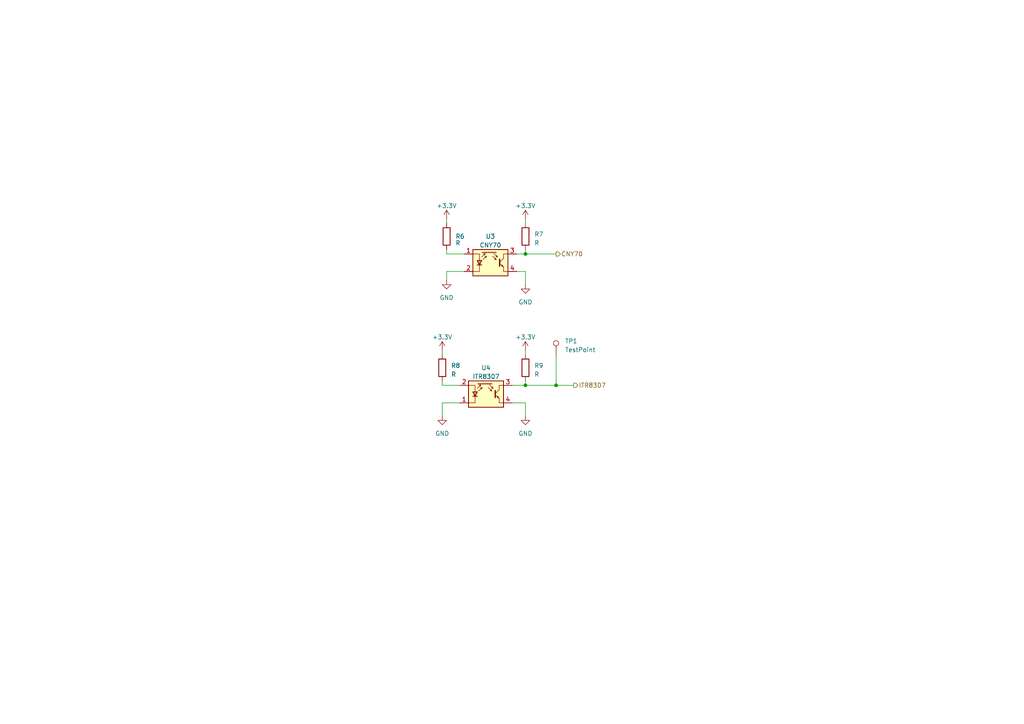
<source format=kicad_sch>
(kicad_sch (version 20250114) (generator "eeschema") (generator_version "9.0")
  (paper "A4")
  (lib_symbols
    (symbol "Connector:TestPoint" (pin_numbers (hide yes)) (pin_names (offset 0.762) (hide yes))
      (property "Reference" "TP" (at 0 6.858 0))
      (property "Value" "TestPoint" (at 0 5.08 0))
      (symbol "TestPoint_0_1"
        (circle (center 0 3.302) (radius 0.762))
      )
      (symbol "TestPoint_1_1"
        (pin passive line (at 0 0 90) (length 2.54) (name "1") (number "1"))
      )
    )
    (symbol "Device:R" (pin_numbers (hide yes)) (pin_names (offset 0))
      (property "Reference" "R" (at 2.032 0 90))
      (property "Value" "R" (at 0 0 90))
      (symbol "R_0_1"
        (rectangle (start -1.016 -2.54) (end 1.016 2.54) (stroke (width 0.254)))
      )
      (symbol "R_1_1"
        (pin passive line (at 0 3.81 270) (length 1.27) (name "~") (number "1"))
        (pin passive line (at 0 -3.81 90) (length 1.27) (name "~") (number "2"))
      )
    )
    (symbol "Sensor_Proximity:CNY70" (pin_names (offset 1.016) (hide yes))
      (property "Reference" "U" (at -5.08 5.08 0))
      (property "Value" "CNY70" (at 5.08 5.08 0))
      (symbol "CNY70_0_1"
        (polyline (pts (xy -5.08 -2.54) (xy -3.175 -2.54) (xy -3.175 2.54) (xy -5.08 2.54)))
        (polyline (pts (xy -5.08 -3.81) (xy 5.08 -3.81) (xy 5.08 3.81) (xy -5.08 3.81) (xy -5.08 -3.81)) (stroke (width 0.254)) (fill (type background)))
        (polyline (pts (xy -3.81 -0.635) (xy -2.54 -0.635)) (stroke (width 0.254)))
        (polyline (pts (xy -3.175 -0.635) (xy -3.81 0.635) (xy -2.54 0.635) (xy -3.175 -0.635)) (stroke (width 0.254)))
        (polyline (pts (xy -2.54 1.651) (xy -1.524 2.667) (xy -2.032 2.54)))
        (polyline (pts (xy -2.286 2.921) (xy -2.032 3.175)))
        (polyline (pts (xy -2.159 0.889) (xy -1.143 1.905) (xy -1.651 1.778)))
        (polyline (pts (xy -1.778 2.921) (xy -1.524 3.175)))
        (polyline (pts (xy -1.524 2.667) (xy -1.651 2.159)))
        (polyline (pts (xy -1.27 2.921) (xy -1.016 3.175)))
        (polyline (pts (xy -1.143 1.905) (xy -1.27 1.397)))
        (polyline (pts (xy -0.762 2.921) (xy -0.508 3.175)))
        (polyline (pts (xy -0.254 2.921) (xy 0 3.175)))
        (polyline (pts (xy 0.254 2.921) (xy 0.508 3.175)))
        (polyline (pts (xy 0.635 1.905) (xy 1.651 0.889) (xy 1.524 1.397)))
        (polyline (pts (xy 0.762 2.921) (xy 1.016 3.175)))
        (polyline (pts (xy 1.016 2.667) (xy 2.032 1.651) (xy 1.905 2.159)))
        (polyline (pts (xy 1.27 2.921) (xy 1.524 3.175)))
        (polyline (pts (xy 1.651 0.889) (xy 1.143 1.016)))
        (polyline (pts (xy 1.778 2.921) (xy -2.413 2.921)))
        (polyline (pts (xy 2.032 1.651) (xy 1.524 1.778)))
        (polyline (pts (xy 2.667 1.016) (xy 2.667 -1.016) (xy 2.667 -1.016)) (stroke (width 0.3556)))
        (polyline (pts (xy 2.667 0.127) (xy 3.81 1.27)))
        (polyline (pts (xy 2.667 -0.127) (xy 3.81 -1.27)))
        (polyline (pts (xy 3.683 -1.143) (xy 3.429 -0.635) (xy 3.175 -0.889) (xy 3.683 -1.143)))
        (polyline (pts (xy 3.81 1.27) (xy 3.81 2.54) (xy 5.08 2.54)))
        (polyline (pts (xy 3.81 -1.27) (xy 3.81 -2.54) (xy 5.08 -2.54)))
      )
      (symbol "CNY70_1_1"
        (pin passive line (at -7.62 2.54 0) (length 2.54) (name "A") (number "1"))
        (pin passive line (at -7.62 -2.54 0) (length 2.54) (name "K") (number "2"))
        (pin open_collector line (at 7.62 2.54 180) (length 2.54) (name "C") (number "3"))
        (pin open_emitter line (at 7.62 -2.54 180) (length 2.54) (name "E") (number "4"))
      )
    )
    (symbol "Sensor_Proximity:ITR8307" (pin_names (offset 0.0254) (hide yes))
      (property "Reference" "U" (at -5.08 5.08 0))
      (property "Value" "ITR8307" (at 7.62 5.08 0))
      (symbol "ITR8307_0_1"
        (polyline (pts (xy -5.08 -2.54) (xy -3.175 -2.54) (xy -3.175 2.54) (xy -5.08 2.54)))
        (polyline (pts (xy -5.08 -3.81) (xy 5.08 -3.81) (xy 5.08 3.81) (xy -5.08 3.81) (xy -5.08 -3.81)) (stroke (width 0.254)) (fill (type background)))
        (polyline (pts (xy -3.81 -0.635) (xy -2.54 -0.635)) (stroke (width 0.254)))
        (polyline (pts (xy -3.175 -0.635) (xy -3.81 0.635) (xy -2.54 0.635) (xy -3.175 -0.635)) (stroke (width 0.254)))
        (polyline (pts (xy -2.54 1.651) (xy -1.524 2.667) (xy -2.032 2.54)))
        (polyline (pts (xy -2.286 2.921) (xy -2.032 3.175)))
        (polyline (pts (xy -2.159 0.889) (xy -1.143 1.905) (xy -1.651 1.778)))
        (polyline (pts (xy -1.778 2.921) (xy -1.524 3.175)))
        (polyline (pts (xy -1.524 2.667) (xy -1.651 2.159)))
        (polyline (pts (xy -1.27 2.921) (xy -1.016 3.175)))
        (polyline (pts (xy -1.143 1.905) (xy -1.27 1.397)))
        (polyline (pts (xy -0.762 2.921) (xy -0.508 3.175)))
        (polyline (pts (xy -0.254 2.921) (xy 0 3.175)))
        (polyline (pts (xy 0.254 2.921) (xy 0.508 3.175)))
        (polyline (pts (xy 0.635 1.905) (xy 1.651 0.889) (xy 1.524 1.397)))
        (polyline (pts (xy 0.762 2.921) (xy 1.016 3.175)))
        (polyline (pts (xy 1.016 2.667) (xy 2.032 1.651) (xy 1.905 2.159)))
        (polyline (pts (xy 1.27 2.921) (xy 1.524 3.175)))
        (polyline (pts (xy 1.651 0.889) (xy 1.143 1.016)))
        (polyline (pts (xy 1.778 2.921) (xy -2.413 2.921)))
        (polyline (pts (xy 2.032 1.651) (xy 1.524 1.778)))
        (polyline (pts (xy 2.667 1.016) (xy 2.667 -1.016) (xy 2.667 -1.016)) (stroke (width 0.3556)))
        (polyline (pts (xy 2.667 0.127) (xy 3.81 1.27)))
        (polyline (pts (xy 2.667 -0.127) (xy 3.81 -1.27)))
        (polyline (pts (xy 3.683 -1.143) (xy 3.429 -0.635) (xy 3.175 -0.889) (xy 3.683 -1.143)))
        (polyline (pts (xy 3.81 1.27) (xy 3.81 2.54) (xy 5.08 2.54)))
        (polyline (pts (xy 3.81 -1.27) (xy 3.81 -2.54) (xy 5.08 -2.54)))
      )
      (symbol "ITR8307_1_1"
        (pin passive line (at -7.62 2.54 0) (length 2.54) (name "A") (number "2"))
        (pin passive line (at -7.62 -2.54 0) (length 2.54) (name "K") (number "1"))
        (pin open_collector line (at 7.62 2.54 180) (length 2.54) (name "C") (number "3"))
        (pin open_emitter line (at 7.62 -2.54 180) (length 2.54) (name "E") (number "4"))
      )
    )
    (symbol "power:+3.3V" (power) (pin_names (offset 0))
      (property "Value" "+3.3V" (at 0 3.556 0))
      (symbol "+3.3V_0_1"
        (polyline (pts (xy -0.762 1.27) (xy 0 2.54)))
        (polyline (pts (xy 0 2.54) (xy 0.762 1.27)))
        (polyline (pts (xy 0 0) (xy 0 2.54)))
      )
      (symbol "+3.3V_1_1"
        (pin power_in line (at 0 0 90) (length 0) (hide yes) (name "+3.3V") (number "1"))
      )
    )
    (symbol "power:GND" (power) (pin_names (offset 0))
      (property "Value" "GND" (at 0 -3.81 0))
      (symbol "GND_0_1"
        (polyline (pts (xy 0 0) (xy 0 -1.27) (xy 1.27 -1.27) (xy 0 -2.54) (xy -1.27 -1.27) (xy 0 -1.27)))
      )
      (symbol "GND_1_1"
        (pin power_in line (at 0 0 270) (length 0) (hide yes) (name "GND") (number "1"))
      )
    )
  )
  (junction (at 161.29 111.76))
  (junction (at 152.4 73.66))
  (junction (at 152.4 111.76))
  (wire (pts (xy 148.59 116.84) (xy 152.4 116.84)))
  (wire (pts (xy 129.54 63.5) (xy 129.54 64.77)))
  (wire (pts (xy 129.54 78.74) (xy 134.62 78.74)))
  (wire (pts (xy 129.54 73.66) (xy 129.54 72.39)))
  (wire (pts (xy 161.29 111.76) (xy 166.37 111.76)))
  (wire (pts (xy 152.4 82.55) (xy 152.4 78.74)))
  (wire (pts (xy 128.27 116.84) (xy 128.27 120.65)))
  (wire (pts (xy 128.27 110.49) (xy 128.27 111.76)))
  (wire (pts (xy 128.27 101.6) (xy 128.27 102.87)))
  (wire (pts (xy 148.59 111.76) (xy 152.4 111.76)))
  (wire (pts (xy 152.4 120.65) (xy 152.4 116.84)))
  (wire (pts (xy 129.54 78.74) (xy 129.54 81.28)))
  (wire (pts (xy 152.4 73.66) (xy 149.86 73.66)))
  (wire (pts (xy 149.86 78.74) (xy 152.4 78.74)))
  (wire (pts (xy 129.54 73.66) (xy 134.62 73.66)))
  (wire (pts (xy 152.4 73.66) (xy 161.29 73.66)))
  (wire (pts (xy 161.29 102.87) (xy 161.29 111.76)))
  (wire (pts (xy 128.27 111.76) (xy 133.35 111.76)))
  (wire (pts (xy 152.4 63.5) (xy 152.4 64.77)))
  (wire (pts (xy 133.35 116.84) (xy 128.27 116.84)))
  (wire (pts (xy 152.4 101.6) (xy 152.4 102.87)))
  (wire (pts (xy 152.4 111.76) (xy 161.29 111.76)))
  (wire (pts (xy 152.4 111.76) (xy 152.4 110.49)))
  (wire (pts (xy 152.4 73.66) (xy 152.4 72.39)))
  (hierarchical_label "CNY70" (shape output) (at 161.29 73.66 0))
  (hierarchical_label "ITR83D7" (shape output) (at 166.37 111.76 0))
  (symbol (lib_id "power:+3.3V") (at 128.27 101.6 0) (unit 1)
    (property "Reference" "#PWR039" (effects (hide yes)))
    (property "Value" "+3.3V" (at 128.27 97.79 0))
    (instances (project "sumoV5" (path "" (reference "#PWR039") (unit 1)) (path "" (reference "#PWR047") (unit 1))))
  )
  (symbol (lib_id "Connector:TestPoint") (at 161.29 102.87 0) (unit 1)
    (property "Reference" "TP1" (at 163.83 98.933 0) (effects (justify left)))
    (property "Value" "TestPoint" (at 163.83 101.473 0) (effects (justify left)))
    (property "Footprint" "TestPoint:TestPoint_Pad_1.0x1.0mm" (effects (hide yes)))
    (instances (project "sumoV5" (path "" (reference "TP1") (unit 1)) (path "" (reference "TP2") (unit 1))))
  )
  (symbol (lib_id "power:+3.3V") (at 152.4 101.6 0) (unit 1)
    (property "Reference" "#PWR040" (effects (hide yes)))
    (property "Value" "+3.3V" (at 152.4 97.79 0))
    (instances (project "sumoV5" (path "" (reference "#PWR040") (unit 1)) (path "" (reference "#PWR048") (unit 1))))
  )
  (symbol (lib_id "Device:R") (at 129.54 68.58 0) (unit 1)
    (property "Reference" "R6" (at 132.08 68.58 0) (effects (justify left)))
    (property "Value" "R" (at 132.08 70.485 0) (effects (justify left)))
    (property "Footprint" "Resistor_SMD:R_0805_2012Metric_Pad1.20x1.40mm_HandSolder" (effects (hide yes)))
    (instances (project "sumoV5" (path "" (reference "R6") (unit 1)) (path "" (reference "R10") (unit 1))))
  )
  (symbol (lib_id "Device:R") (at 128.27 106.68 0) (unit 1)
    (property "Reference" "R8" (at 130.81 106.045 0) (effects (justify left)))
    (property "Value" "R" (at 130.81 108.585 0) (effects (justify left)))
    (property "Footprint" "Resistor_SMD:R_0805_2012Metric_Pad1.20x1.40mm_HandSolder" (effects (hide yes)))
    (instances (project "sumoV5" (path "" (reference "R8") (unit 1)) (path "" (reference "R12") (unit 1))))
  )
  (symbol (lib_id "power:GND") (at 152.4 82.55 0) (unit 1)
    (property "Reference" "#PWR038" (effects (hide yes)))
    (property "Value" "GND" (at 152.4 87.63 0))
    (instances (project "sumoV5" (path "" (reference "#PWR038") (unit 1)) (path "" (reference "#PWR046") (unit 1))))
  )
  (symbol (lib_id "Sensor_Proximity:CNY70") (at 142.24 76.2 0) (unit 1)
    (property "Reference" "U3" (at 142.24 68.58 0))
    (property "Value" "CNY70" (at 142.24 71.12 0))
    (property "Footprint" "OptoDevice:Vishay_CNY70" (effects (hide yes)))
    (property "Datasheet" "https://www.vishay.com/docs/83751/cny70.pdf" (effects (hide yes)))
    (instances (project "sumoV5" (path "" (reference "U3") (unit 1)) (path "" (reference "U5") (unit 1))))
  )
  (symbol (lib_id "power:GND") (at 128.27 120.65 0) (unit 1)
    (property "Reference" "#PWR041" (effects (hide yes)))
    (property "Value" "GND" (at 128.27 125.73 0))
    (instances (project "sumoV5" (path "" (reference "#PWR041") (unit 1)) (path "" (reference "#PWR049") (unit 1))))
  )
  (symbol (lib_id "Sensor_Proximity:ITR8307") (at 140.97 114.3 0) (unit 1)
    (property "Reference" "U4" (at 140.97 106.68 0))
    (property "Value" "ITR8307" (at 140.97 109.22 0))
    (property "Footprint" "OptoDevice:Everlight_ITR8307" (effects (hide yes)))
    (property "Datasheet" "http://www.everlight.com/file/ProductFile/ITR8307.pdf" (effects (hide yes)))
    (instances (project "sumoV5" (path "" (reference "U4") (unit 1)) (path "" (reference "U6") (unit 1))))
  )
  (symbol (lib_id "power:GND") (at 129.54 81.28 0) (unit 1)
    (property "Reference" "#PWR037" (effects (hide yes)))
    (property "Value" "GND" (at 129.54 86.36 0))
    (instances (project "sumoV5" (path "" (reference "#PWR037") (unit 1)) (path "" (reference "#PWR045") (unit 1))))
  )
  (symbol (lib_id "power:+3.3V") (at 129.54 63.5 0) (unit 1)
    (property "Reference" "#PWR035" (effects (hide yes)))
    (property "Value" "+3.3V" (at 129.54 59.69 0))
    (instances (project "sumoV5" (path "" (reference "#PWR035") (unit 1)) (path "" (reference "#PWR043") (unit 1))))
  )
  (symbol (lib_id "Device:R") (at 152.4 68.58 0) (unit 1)
    (property "Reference" "R7" (at 154.94 67.945 0) (effects (justify left)))
    (property "Value" "R" (at 154.94 70.485 0) (effects (justify left)))
    (property "Footprint" "Resistor_SMD:R_0805_2012Metric_Pad1.20x1.40mm_HandSolder" (effects (hide yes)))
    (instances (project "sumoV5" (path "" (reference "R7") (unit 1)) (path "" (reference "R11") (unit 1))))
  )
  (symbol (lib_id "Device:R") (at 152.4 106.68 0) (unit 1)
    (property "Reference" "R9" (at 154.94 106.045 0) (effects (justify left)))
    (property "Value" "R" (at 154.94 108.585 0) (effects (justify left)))
    (property "Footprint" "Resistor_SMD:R_0805_2012Metric_Pad1.20x1.40mm_HandSolder" (effects (hide yes)))
    (instances (project "sumoV5" (path "" (reference "R9") (unit 1)) (path "" (reference "R13") (unit 1))))
  )
  (symbol (lib_id "power:+3.3V") (at 152.4 63.5 0) (unit 1)
    (property "Reference" "#PWR036" (effects (hide yes)))
    (property "Value" "+3.3V" (at 152.4 59.69 0))
    (instances (project "sumoV5" (path "" (reference "#PWR036") (unit 1)) (path "" (reference "#PWR044") (unit 1))))
  )
  (symbol (lib_id "power:GND") (at 152.4 120.65 0) (unit 1)
    (property "Reference" "#PWR042" (effects (hide yes)))
    (property "Value" "GND" (at 152.4 125.73 0))
    (instances (project "sumoV5" (path "" (reference "#PWR042") (unit 1)) (path "" (reference "#PWR050") (unit 1))))
  )
)
</source>
